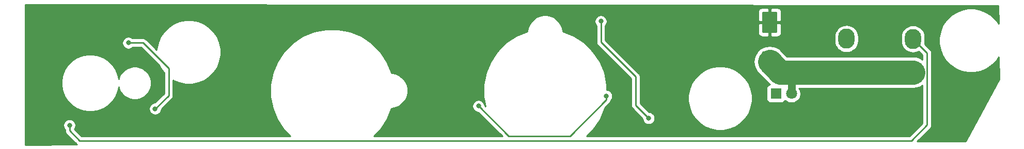
<source format=gbr>
%TF.GenerationSoftware,KiCad,Pcbnew,(5.1.6)-1*%
%TF.CreationDate,2021-08-25T12:57:47+10:00*%
%TF.ProjectId,HUD VID RCD Panel PCB V2,48554420-5649-4442-9052-43442050616e,rev?*%
%TF.SameCoordinates,Original*%
%TF.FileFunction,Copper,L2,Bot*%
%TF.FilePolarity,Positive*%
%FSLAX46Y46*%
G04 Gerber Fmt 4.6, Leading zero omitted, Abs format (unit mm)*
G04 Created by KiCad (PCBNEW (5.1.6)-1) date 2021-08-25 12:57:47*
%MOMM*%
%LPD*%
G01*
G04 APERTURE LIST*
%TA.AperFunction,ComponentPad*%
%ADD10O,2.700000X3.300000*%
%TD*%
%TA.AperFunction,ComponentPad*%
%ADD11C,1.800000*%
%TD*%
%TA.AperFunction,ComponentPad*%
%ADD12R,1.800000X1.800000*%
%TD*%
%TA.AperFunction,ViaPad*%
%ADD13C,0.800000*%
%TD*%
%TA.AperFunction,Conductor*%
%ADD14C,0.250000*%
%TD*%
%TA.AperFunction,Conductor*%
%ADD15C,0.750000*%
%TD*%
%TA.AperFunction,Conductor*%
%ADD16C,4.000000*%
%TD*%
%TA.AperFunction,Conductor*%
%ADD17C,1.250000*%
%TD*%
%TA.AperFunction,Conductor*%
%ADD18C,0.254000*%
%TD*%
G04 APERTURE END LIST*
D10*
%TO.P,J1,4*%
%TO.N,/DATAIN*%
X202819000Y-73914000D03*
%TO.P,J1,3*%
%TO.N,/LEDGND*%
X198619000Y-73914000D03*
%TO.P,J1,2*%
%TO.N,/LED+5V*%
X202819000Y-79414000D03*
%TO.P,J1,1*%
%TA.AperFunction,ComponentPad*%
G36*
G01*
X197269000Y-80812900D02*
X197269000Y-78015100D01*
G75*
G02*
X197520100Y-77764000I251100J0D01*
G01*
X199717900Y-77764000D01*
G75*
G02*
X199969000Y-78015100I0J-251100D01*
G01*
X199969000Y-80812900D01*
G75*
G02*
X199717900Y-81064000I-251100J0D01*
G01*
X197520100Y-81064000D01*
G75*
G02*
X197269000Y-80812900I0J251100D01*
G01*
G37*
%TD.AperFunction*%
%TD*%
%TO.P,J2,4*%
%TO.N,/DATAOUT*%
X191906000Y-73875000D03*
%TO.P,J2,3*%
%TO.N,/LEDGND*%
X187706000Y-73875000D03*
%TO.P,J2,2*%
%TO.N,/LED+5V*%
X191906000Y-79375000D03*
%TO.P,J2,1*%
%TA.AperFunction,ComponentPad*%
G36*
G01*
X186356000Y-80773900D02*
X186356000Y-77976100D01*
G75*
G02*
X186607100Y-77725000I251100J0D01*
G01*
X188804900Y-77725000D01*
G75*
G02*
X189056000Y-77976100I0J-251100D01*
G01*
X189056000Y-80773900D01*
G75*
G02*
X188804900Y-81025000I-251100J0D01*
G01*
X186607100Y-81025000D01*
G75*
G02*
X186356000Y-80773900I0J251100D01*
G01*
G37*
%TD.AperFunction*%
%TD*%
D11*
%TO.P,D17,2*%
%TO.N,/LED+5V*%
X182880000Y-82931000D03*
D12*
%TO.P,D17,1*%
%TO.N,Net-(D17-Pad1)*%
X180340000Y-82931000D03*
%TD*%
%TO.P,C1,2*%
%TO.N,/LEDGND*%
%TA.AperFunction,SMDPad,CuDef*%
G36*
G01*
X180324000Y-72922000D02*
X178324000Y-72922000D01*
G75*
G02*
X178074000Y-72672000I0J250000D01*
G01*
X178074000Y-69672000D01*
G75*
G02*
X178324000Y-69422000I250000J0D01*
G01*
X180324000Y-69422000D01*
G75*
G02*
X180574000Y-69672000I0J-250000D01*
G01*
X180574000Y-72672000D01*
G75*
G02*
X180324000Y-72922000I-250000J0D01*
G01*
G37*
%TD.AperFunction*%
%TO.P,C1,1*%
%TO.N,/LED+5V*%
%TA.AperFunction,SMDPad,CuDef*%
G36*
G01*
X180324000Y-79422000D02*
X178324000Y-79422000D01*
G75*
G02*
X178074000Y-79172000I0J250000D01*
G01*
X178074000Y-76172000D01*
G75*
G02*
X178324000Y-75922000I250000J0D01*
G01*
X180324000Y-75922000D01*
G75*
G02*
X180574000Y-76172000I0J-250000D01*
G01*
X180574000Y-79172000D01*
G75*
G02*
X180324000Y-79422000I-250000J0D01*
G01*
G37*
%TD.AperFunction*%
%TD*%
D13*
%TO.N,Net-(D3-Pad2)*%
X78562200Y-85420200D03*
X74168000Y-74549000D03*
%TO.N,Net-(D8-Pad2)*%
X131572000Y-84963000D03*
X152520999Y-83318001D03*
%TO.N,Net-(D11-Pad2)*%
X159491550Y-86974550D03*
X151638000Y-70993000D03*
%TO.N,/LEDGND*%
X78740000Y-88900000D03*
X176784000Y-81661000D03*
X153696000Y-87604400D03*
X164262000Y-87578800D03*
X159817000Y-81838800D03*
X72212600Y-72694400D03*
X65024000Y-72771000D03*
X61620800Y-90271200D03*
X96012000Y-84455000D03*
X123317000Y-86360000D03*
X150176000Y-73595000D03*
X158242000Y-73660000D03*
X167347000Y-73953000D03*
X175006000Y-74041000D03*
X183261000Y-74168000D03*
X131318000Y-82550000D03*
X112903000Y-71374000D03*
%TO.N,/DATAIN*%
X64516000Y-88138000D03*
%TD*%
D14*
%TO.N,Net-(D3-Pad2)*%
X74168000Y-74549000D02*
X76581000Y-74549000D01*
X76581000Y-74549000D02*
X80772000Y-78740000D01*
X80772000Y-83210400D02*
X78562200Y-85420200D01*
X80772000Y-78740000D02*
X80772000Y-83210400D01*
%TO.N,Net-(D8-Pad2)*%
X131572000Y-84963000D02*
X136525000Y-89916000D01*
X136525000Y-89916000D02*
X146558000Y-89916000D01*
X152520999Y-83953001D02*
X152520999Y-83318001D01*
X146558000Y-89916000D02*
X152520999Y-83953001D01*
%TO.N,Net-(D11-Pad2)*%
X157353000Y-84836000D02*
X159491550Y-86974550D01*
X151638000Y-70993000D02*
X151638000Y-74422000D01*
X157353000Y-80137000D02*
X157353000Y-84836000D01*
X151638000Y-74422000D02*
X157353000Y-80137000D01*
D15*
%TO.N,/LED+5V*%
X187960000Y-79629000D02*
X187706000Y-79375000D01*
D16*
X181066000Y-79414000D02*
X179324000Y-77672000D01*
D17*
X182880000Y-79580000D02*
X183046000Y-79414000D01*
X182880000Y-82931000D02*
X182880000Y-79580000D01*
D16*
X202819000Y-79414000D02*
X183046000Y-79414000D01*
X183046000Y-79414000D02*
X181066000Y-79414000D01*
D14*
%TO.N,/DATAIN*%
X64516000Y-88138000D02*
X64516000Y-89027000D01*
X64516000Y-89027000D02*
X66180400Y-90691400D01*
X66180400Y-90691400D02*
X202552000Y-90691400D01*
X202552000Y-90691400D02*
X205144000Y-88099000D01*
X205144000Y-88099000D02*
X205144000Y-76239000D01*
X205144000Y-76239000D02*
X202819000Y-73914000D01*
%TD*%
D18*
%TO.N,/LEDGND*%
G36*
X216819971Y-68426373D02*
G01*
X216843412Y-71403498D01*
X216442913Y-70804109D01*
X215707891Y-70069087D01*
X214843597Y-69491583D01*
X213883244Y-69093792D01*
X212863739Y-68891000D01*
X211824261Y-68891000D01*
X210804756Y-69093792D01*
X209844403Y-69491583D01*
X208980109Y-70069087D01*
X208245087Y-70804109D01*
X207667583Y-71668403D01*
X207269792Y-72628756D01*
X207067000Y-73648261D01*
X207067000Y-74687739D01*
X207269792Y-75707244D01*
X207667583Y-76667597D01*
X208245087Y-77531891D01*
X208980109Y-78266913D01*
X209844403Y-78844417D01*
X210804756Y-79242208D01*
X211824261Y-79445000D01*
X212863739Y-79445000D01*
X213883244Y-79242208D01*
X214843597Y-78844417D01*
X215707891Y-78266913D01*
X216442913Y-77531891D01*
X216886441Y-76868106D01*
X216915100Y-80507922D01*
X211439132Y-90781425D01*
X203508165Y-90809972D01*
X205655027Y-88662779D01*
X205684001Y-88639001D01*
X205707817Y-88609981D01*
X205707838Y-88609960D01*
X205731493Y-88581131D01*
X205778974Y-88523276D01*
X205778988Y-88523250D01*
X205779006Y-88523228D01*
X205812895Y-88459814D01*
X205849546Y-88391247D01*
X205849555Y-88391217D01*
X205849568Y-88391193D01*
X205870717Y-88321454D01*
X205893003Y-88247986D01*
X205893006Y-88247955D01*
X205893014Y-88247929D01*
X205899527Y-88181747D01*
X205904000Y-88136333D01*
X205904000Y-88136295D01*
X205907676Y-88098942D01*
X205904000Y-88061648D01*
X205904000Y-76276333D01*
X205907677Y-76239000D01*
X205893003Y-76090014D01*
X205849546Y-75946753D01*
X205778974Y-75814724D01*
X205707799Y-75727997D01*
X205684001Y-75698999D01*
X205655003Y-75675201D01*
X204730510Y-74750708D01*
X204775278Y-74603127D01*
X204804000Y-74311509D01*
X204804000Y-73516490D01*
X204775278Y-73224872D01*
X204661774Y-72850698D01*
X204477453Y-72505857D01*
X204229398Y-72203602D01*
X203927143Y-71955547D01*
X203582301Y-71771226D01*
X203208127Y-71657722D01*
X202819000Y-71619396D01*
X202429872Y-71657722D01*
X202055698Y-71771226D01*
X201710857Y-71955547D01*
X201408602Y-72203602D01*
X201160547Y-72505857D01*
X200976226Y-72850699D01*
X200862722Y-73224873D01*
X200834000Y-73516491D01*
X200834000Y-74311510D01*
X200862722Y-74603128D01*
X200976226Y-74977302D01*
X201160547Y-75322143D01*
X201408603Y-75624398D01*
X201710858Y-75872453D01*
X202055699Y-76056774D01*
X202429873Y-76170278D01*
X202819000Y-76208604D01*
X203208128Y-76170278D01*
X203582302Y-76056774D01*
X203780848Y-75950649D01*
X204384001Y-76553803D01*
X204384001Y-77289613D01*
X204290011Y-77212477D01*
X203832250Y-76967799D01*
X203335550Y-76817127D01*
X202948442Y-76779000D01*
X182157452Y-76779000D01*
X181095697Y-75717245D01*
X181073174Y-75698761D01*
X181062405Y-75678614D01*
X180951962Y-75544038D01*
X180817386Y-75433595D01*
X180663850Y-75351528D01*
X180497254Y-75300992D01*
X180473559Y-75298658D01*
X180337249Y-75225799D01*
X179840549Y-75075127D01*
X179324000Y-75024252D01*
X178807451Y-75075127D01*
X178310751Y-75225799D01*
X178174441Y-75298658D01*
X178150746Y-75300992D01*
X177984150Y-75351528D01*
X177830614Y-75433595D01*
X177696038Y-75544038D01*
X177585595Y-75678614D01*
X177574827Y-75698760D01*
X177451759Y-75799759D01*
X177122478Y-76200990D01*
X176877799Y-76658751D01*
X176727127Y-77155451D01*
X176676252Y-77672000D01*
X176727127Y-78188549D01*
X176877799Y-78685249D01*
X177122478Y-79143010D01*
X177369245Y-79443697D01*
X177579464Y-79653916D01*
X177585595Y-79665386D01*
X177696038Y-79799962D01*
X177830614Y-79910405D01*
X177842084Y-79916536D01*
X179111242Y-81185694D01*
X179193759Y-81286241D01*
X179336212Y-81403150D01*
X179315518Y-81405188D01*
X179195820Y-81441498D01*
X179085506Y-81500463D01*
X178988815Y-81579815D01*
X178909463Y-81676506D01*
X178850498Y-81786820D01*
X178814188Y-81906518D01*
X178801928Y-82031000D01*
X178801928Y-83831000D01*
X178814188Y-83955482D01*
X178850498Y-84075180D01*
X178909463Y-84185494D01*
X178988815Y-84282185D01*
X179085506Y-84361537D01*
X179195820Y-84420502D01*
X179315518Y-84456812D01*
X179440000Y-84469072D01*
X181240000Y-84469072D01*
X181364482Y-84456812D01*
X181484180Y-84420502D01*
X181594494Y-84361537D01*
X181691185Y-84282185D01*
X181770537Y-84185494D01*
X181829502Y-84075180D01*
X181835056Y-84056873D01*
X181901495Y-84123312D01*
X182152905Y-84291299D01*
X182432257Y-84407011D01*
X182728816Y-84466000D01*
X183031184Y-84466000D01*
X183327743Y-84407011D01*
X183607095Y-84291299D01*
X183858505Y-84123312D01*
X184072312Y-83909505D01*
X184240299Y-83658095D01*
X184356011Y-83378743D01*
X184415000Y-83082184D01*
X184415000Y-82779816D01*
X184356011Y-82483257D01*
X184240299Y-82203905D01*
X184140000Y-82053797D01*
X184140000Y-82049000D01*
X202948442Y-82049000D01*
X203335550Y-82010873D01*
X203832250Y-81860201D01*
X204290011Y-81615523D01*
X204384001Y-81538388D01*
X204384000Y-87784232D01*
X202237164Y-89931400D01*
X149307340Y-89931400D01*
X150360154Y-88878586D01*
X151468431Y-87219933D01*
X152231825Y-85376937D01*
X152246713Y-85302089D01*
X153032003Y-84516799D01*
X153061000Y-84493002D01*
X153118450Y-84422999D01*
X153155973Y-84377278D01*
X153226545Y-84245248D01*
X153239959Y-84201026D01*
X153270002Y-84101987D01*
X153277571Y-84025140D01*
X153324936Y-83977775D01*
X153438204Y-83808257D01*
X153516225Y-83619899D01*
X153555999Y-83419940D01*
X153555999Y-83216062D01*
X153516225Y-83016103D01*
X153438204Y-82827745D01*
X153324936Y-82658227D01*
X153180773Y-82514064D01*
X153011255Y-82400796D01*
X152822897Y-82322775D01*
X152622938Y-82283001D01*
X152621000Y-82283001D01*
X152621000Y-81425578D01*
X152231825Y-79469063D01*
X151468431Y-77626067D01*
X150360154Y-75967414D01*
X148949586Y-74556846D01*
X147290933Y-73448569D01*
X145447937Y-72685175D01*
X145407000Y-72677032D01*
X145407000Y-72611095D01*
X145295055Y-72048309D01*
X145075467Y-71518177D01*
X144756675Y-71041071D01*
X144606665Y-70891061D01*
X150603000Y-70891061D01*
X150603000Y-71094939D01*
X150642774Y-71294898D01*
X150720795Y-71483256D01*
X150834063Y-71652774D01*
X150878000Y-71696711D01*
X150878001Y-74384668D01*
X150874324Y-74422000D01*
X150878001Y-74459333D01*
X150888323Y-74564127D01*
X150888998Y-74570985D01*
X150932454Y-74714246D01*
X151003026Y-74846276D01*
X151074201Y-74933002D01*
X151098000Y-74962001D01*
X151126998Y-74985799D01*
X156593000Y-80451802D01*
X156593001Y-84798668D01*
X156589324Y-84836000D01*
X156593001Y-84873333D01*
X156603998Y-84984986D01*
X156617180Y-85028442D01*
X156647454Y-85128246D01*
X156718026Y-85260276D01*
X156727004Y-85271215D01*
X156813000Y-85376001D01*
X156841998Y-85399799D01*
X158456550Y-87014353D01*
X158456550Y-87076489D01*
X158496324Y-87276448D01*
X158574345Y-87464806D01*
X158687613Y-87634324D01*
X158831776Y-87778487D01*
X159001294Y-87891755D01*
X159189652Y-87969776D01*
X159389611Y-88009550D01*
X159593489Y-88009550D01*
X159793448Y-87969776D01*
X159981806Y-87891755D01*
X160151324Y-87778487D01*
X160295487Y-87634324D01*
X160408755Y-87464806D01*
X160486776Y-87276448D01*
X160526550Y-87076489D01*
X160526550Y-86872611D01*
X160486776Y-86672652D01*
X160408755Y-86484294D01*
X160295487Y-86314776D01*
X160151324Y-86170613D01*
X159981806Y-86057345D01*
X159793448Y-85979324D01*
X159593489Y-85939550D01*
X159531353Y-85939550D01*
X158113000Y-84521199D01*
X158113000Y-83173261D01*
X165919000Y-83173261D01*
X165919000Y-84212739D01*
X166121792Y-85232244D01*
X166519583Y-86192597D01*
X167097087Y-87056891D01*
X167832109Y-87791913D01*
X168696403Y-88369417D01*
X169656756Y-88767208D01*
X170676261Y-88970000D01*
X171715739Y-88970000D01*
X172735244Y-88767208D01*
X173695597Y-88369417D01*
X174559891Y-87791913D01*
X175294913Y-87056891D01*
X175872417Y-86192597D01*
X176270208Y-85232244D01*
X176473000Y-84212739D01*
X176473000Y-83173261D01*
X176270208Y-82153756D01*
X175872417Y-81193403D01*
X175294913Y-80329109D01*
X174559891Y-79594087D01*
X173695597Y-79016583D01*
X172735244Y-78618792D01*
X171715739Y-78416000D01*
X170676261Y-78416000D01*
X169656756Y-78618792D01*
X168696403Y-79016583D01*
X167832109Y-79594087D01*
X167097087Y-80329109D01*
X166519583Y-81193403D01*
X166121792Y-82153756D01*
X165919000Y-83173261D01*
X158113000Y-83173261D01*
X158113000Y-80174333D01*
X158116677Y-80137000D01*
X158107420Y-80043008D01*
X158102003Y-79988014D01*
X158058546Y-79844753D01*
X157987974Y-79712724D01*
X157893001Y-79596999D01*
X157864004Y-79573202D01*
X152398000Y-74107199D01*
X152398000Y-72922000D01*
X177435928Y-72922000D01*
X177448188Y-73046482D01*
X177484498Y-73166180D01*
X177543463Y-73276494D01*
X177622815Y-73373185D01*
X177719506Y-73452537D01*
X177829820Y-73511502D01*
X177949518Y-73547812D01*
X178074000Y-73560072D01*
X179038250Y-73557000D01*
X179197000Y-73398250D01*
X179197000Y-71299000D01*
X179451000Y-71299000D01*
X179451000Y-73398250D01*
X179609750Y-73557000D01*
X180574000Y-73560072D01*
X180698482Y-73547812D01*
X180818180Y-73511502D01*
X180881809Y-73477491D01*
X189921000Y-73477491D01*
X189921000Y-74272510D01*
X189949722Y-74564128D01*
X190063226Y-74938302D01*
X190247547Y-75283143D01*
X190495603Y-75585398D01*
X190797858Y-75833453D01*
X191142699Y-76017774D01*
X191516873Y-76131278D01*
X191906000Y-76169604D01*
X192295128Y-76131278D01*
X192669302Y-76017774D01*
X193014143Y-75833453D01*
X193316398Y-75585398D01*
X193564453Y-75283143D01*
X193748774Y-74938302D01*
X193862278Y-74564127D01*
X193891000Y-74272509D01*
X193891000Y-73477490D01*
X193862278Y-73185872D01*
X193748774Y-72811698D01*
X193564453Y-72466857D01*
X193316398Y-72164602D01*
X193014143Y-71916547D01*
X192669301Y-71732226D01*
X192295127Y-71618722D01*
X191906000Y-71580396D01*
X191516872Y-71618722D01*
X191142698Y-71732226D01*
X190797857Y-71916547D01*
X190495602Y-72164602D01*
X190247547Y-72466857D01*
X190063226Y-72811699D01*
X189949722Y-73185873D01*
X189921000Y-73477491D01*
X180881809Y-73477491D01*
X180928494Y-73452537D01*
X181025185Y-73373185D01*
X181104537Y-73276494D01*
X181163502Y-73166180D01*
X181199812Y-73046482D01*
X181212072Y-72922000D01*
X181209000Y-71457750D01*
X181050250Y-71299000D01*
X179451000Y-71299000D01*
X179197000Y-71299000D01*
X177597750Y-71299000D01*
X177439000Y-71457750D01*
X177435928Y-72922000D01*
X152398000Y-72922000D01*
X152398000Y-71696711D01*
X152441937Y-71652774D01*
X152555205Y-71483256D01*
X152633226Y-71294898D01*
X152673000Y-71094939D01*
X152673000Y-70891061D01*
X152633226Y-70691102D01*
X152555205Y-70502744D01*
X152441937Y-70333226D01*
X152297774Y-70189063D01*
X152128256Y-70075795D01*
X151939898Y-69997774D01*
X151739939Y-69958000D01*
X151536061Y-69958000D01*
X151336102Y-69997774D01*
X151147744Y-70075795D01*
X150978226Y-70189063D01*
X150834063Y-70333226D01*
X150720795Y-70502744D01*
X150642774Y-70691102D01*
X150603000Y-70891061D01*
X144606665Y-70891061D01*
X144350929Y-70635325D01*
X143873823Y-70316533D01*
X143343691Y-70096945D01*
X142780905Y-69985000D01*
X142207095Y-69985000D01*
X141644309Y-70096945D01*
X141114177Y-70316533D01*
X140637071Y-70635325D01*
X140231325Y-71041071D01*
X139912533Y-71518177D01*
X139692945Y-72048309D01*
X139581000Y-72611095D01*
X139581000Y-72677032D01*
X139540063Y-72685175D01*
X137697067Y-73448569D01*
X136038414Y-74556846D01*
X134627846Y-75967414D01*
X133519569Y-77626067D01*
X132756175Y-79469063D01*
X132367000Y-81425578D01*
X132367000Y-83420422D01*
X132680551Y-84996750D01*
X132607000Y-84923199D01*
X132607000Y-84861061D01*
X132567226Y-84661102D01*
X132489205Y-84472744D01*
X132375937Y-84303226D01*
X132231774Y-84159063D01*
X132062256Y-84045795D01*
X131873898Y-83967774D01*
X131673939Y-83928000D01*
X131470061Y-83928000D01*
X131270102Y-83967774D01*
X131081744Y-84045795D01*
X130912226Y-84159063D01*
X130768063Y-84303226D01*
X130654795Y-84472744D01*
X130576774Y-84661102D01*
X130537000Y-84861061D01*
X130537000Y-85064939D01*
X130576774Y-85264898D01*
X130654795Y-85453256D01*
X130768063Y-85622774D01*
X130912226Y-85766937D01*
X131081744Y-85880205D01*
X131270102Y-85958226D01*
X131470061Y-85998000D01*
X131532199Y-85998000D01*
X135465598Y-89931400D01*
X114393655Y-89931400D01*
X115441369Y-88883686D01*
X116550521Y-87223723D01*
X117314518Y-85379270D01*
X117323125Y-85336000D01*
X117380905Y-85336000D01*
X117943691Y-85224055D01*
X118473823Y-85004467D01*
X118950929Y-84685675D01*
X119356675Y-84279929D01*
X119675467Y-83802823D01*
X119895055Y-83272691D01*
X120007000Y-82709905D01*
X120007000Y-82136095D01*
X119895055Y-81573309D01*
X119675467Y-81043177D01*
X119356675Y-80566071D01*
X118950929Y-80160325D01*
X118473823Y-79841533D01*
X117943691Y-79621945D01*
X117380905Y-79510000D01*
X117323125Y-79510000D01*
X117314518Y-79466730D01*
X116550521Y-77622277D01*
X115441369Y-75962314D01*
X114029686Y-74550631D01*
X112369723Y-73441479D01*
X110525270Y-72677482D01*
X108567210Y-72288000D01*
X106570790Y-72288000D01*
X104612730Y-72677482D01*
X102768277Y-73441479D01*
X101108314Y-74550631D01*
X99696631Y-75962314D01*
X98587479Y-77622277D01*
X97823482Y-79466730D01*
X97434000Y-81424790D01*
X97434000Y-83421210D01*
X97823482Y-85379270D01*
X98587479Y-87223723D01*
X99696631Y-88883686D01*
X100744345Y-89931400D01*
X66495202Y-89931400D01*
X65336615Y-88772814D01*
X65433205Y-88628256D01*
X65511226Y-88439898D01*
X65551000Y-88239939D01*
X65551000Y-88036061D01*
X65511226Y-87836102D01*
X65433205Y-87647744D01*
X65319937Y-87478226D01*
X65175774Y-87334063D01*
X65006256Y-87220795D01*
X64817898Y-87142774D01*
X64617939Y-87103000D01*
X64414061Y-87103000D01*
X64214102Y-87142774D01*
X64025744Y-87220795D01*
X63856226Y-87334063D01*
X63712063Y-87478226D01*
X63598795Y-87647744D01*
X63520774Y-87836102D01*
X63481000Y-88036061D01*
X63481000Y-88239939D01*
X63520774Y-88439898D01*
X63598795Y-88628256D01*
X63712063Y-88797774D01*
X63756000Y-88841711D01*
X63756000Y-88989678D01*
X63752324Y-89027000D01*
X63756000Y-89064322D01*
X63756000Y-89064333D01*
X63766113Y-89166997D01*
X63766998Y-89175985D01*
X63810454Y-89319246D01*
X63881026Y-89451276D01*
X63952201Y-89538002D01*
X63976000Y-89567001D01*
X64004998Y-89590799D01*
X65616601Y-91202403D01*
X65640399Y-91231401D01*
X65669397Y-91255199D01*
X65731172Y-91305897D01*
X57252578Y-91336415D01*
X57274672Y-80709040D01*
X63210253Y-80709040D01*
X63210253Y-81635056D01*
X63390910Y-82543280D01*
X63745281Y-83398808D01*
X64259749Y-84168763D01*
X64914542Y-84823556D01*
X65684497Y-85338024D01*
X66540025Y-85692395D01*
X67448249Y-85873052D01*
X68374265Y-85873052D01*
X69282489Y-85692395D01*
X70138017Y-85338024D01*
X70907972Y-84823556D01*
X71562765Y-84168763D01*
X72077233Y-83398808D01*
X72431604Y-82543280D01*
X72573403Y-81830411D01*
X72600621Y-81967247D01*
X72806126Y-82463380D01*
X73104473Y-82909889D01*
X73484198Y-83289614D01*
X73930707Y-83587961D01*
X74426840Y-83793466D01*
X74953533Y-83898232D01*
X75490545Y-83898232D01*
X76017238Y-83793466D01*
X76513371Y-83587961D01*
X76959880Y-83289614D01*
X77339605Y-82909889D01*
X77637952Y-82463380D01*
X77843457Y-81967247D01*
X77948223Y-81440554D01*
X77948223Y-80903542D01*
X77843457Y-80376849D01*
X77637952Y-79880716D01*
X77339605Y-79434207D01*
X76959880Y-79054482D01*
X76513371Y-78756135D01*
X76017238Y-78550630D01*
X75490545Y-78445864D01*
X74953533Y-78445864D01*
X74426840Y-78550630D01*
X73930707Y-78756135D01*
X73484198Y-79054482D01*
X73104473Y-79434207D01*
X72806126Y-79880716D01*
X72600621Y-80376849D01*
X72573403Y-80513685D01*
X72431604Y-79800816D01*
X72077233Y-78945288D01*
X71562765Y-78175333D01*
X70907972Y-77520540D01*
X70138017Y-77006072D01*
X69282489Y-76651701D01*
X68374265Y-76471044D01*
X67448249Y-76471044D01*
X66540025Y-76651701D01*
X65684497Y-77006072D01*
X64914542Y-77520540D01*
X64259749Y-78175333D01*
X63745281Y-78945288D01*
X63390910Y-79800816D01*
X63210253Y-80709040D01*
X57274672Y-80709040D01*
X57287690Y-74447061D01*
X73133000Y-74447061D01*
X73133000Y-74650939D01*
X73172774Y-74850898D01*
X73250795Y-75039256D01*
X73364063Y-75208774D01*
X73508226Y-75352937D01*
X73677744Y-75466205D01*
X73866102Y-75544226D01*
X74066061Y-75584000D01*
X74269939Y-75584000D01*
X74469898Y-75544226D01*
X74658256Y-75466205D01*
X74827774Y-75352937D01*
X74871711Y-75309000D01*
X76266199Y-75309000D01*
X79304095Y-78346897D01*
X79397583Y-78572597D01*
X79975087Y-79436891D01*
X80012000Y-79473804D01*
X80012001Y-82895597D01*
X78522399Y-84385200D01*
X78460261Y-84385200D01*
X78260302Y-84424974D01*
X78071944Y-84502995D01*
X77902426Y-84616263D01*
X77758263Y-84760426D01*
X77644995Y-84929944D01*
X77566974Y-85118302D01*
X77527200Y-85318261D01*
X77527200Y-85522139D01*
X77566974Y-85722098D01*
X77644995Y-85910456D01*
X77758263Y-86079974D01*
X77902426Y-86224137D01*
X78071944Y-86337405D01*
X78260302Y-86415426D01*
X78460261Y-86455200D01*
X78664139Y-86455200D01*
X78864098Y-86415426D01*
X79052456Y-86337405D01*
X79221974Y-86224137D01*
X79366137Y-86079974D01*
X79479405Y-85910456D01*
X79557426Y-85722098D01*
X79597200Y-85522139D01*
X79597200Y-85460001D01*
X81283003Y-83774199D01*
X81312001Y-83750401D01*
X81387755Y-83658095D01*
X81406974Y-83634677D01*
X81477546Y-83502647D01*
X81503977Y-83415513D01*
X81521003Y-83359386D01*
X81532000Y-83247733D01*
X81532000Y-83247724D01*
X81535676Y-83210401D01*
X81532000Y-83173078D01*
X81532000Y-80721084D01*
X81574403Y-80749417D01*
X82534756Y-81147208D01*
X83554261Y-81350000D01*
X84593739Y-81350000D01*
X85613244Y-81147208D01*
X86573597Y-80749417D01*
X87437891Y-80171913D01*
X88172913Y-79436891D01*
X88750417Y-78572597D01*
X89148208Y-77612244D01*
X89351000Y-76592739D01*
X89351000Y-75553261D01*
X89148208Y-74533756D01*
X88750417Y-73573403D01*
X88172913Y-72709109D01*
X87437891Y-71974087D01*
X86573597Y-71396583D01*
X85613244Y-70998792D01*
X84593739Y-70796000D01*
X83554261Y-70796000D01*
X82534756Y-70998792D01*
X81574403Y-71396583D01*
X80710109Y-71974087D01*
X79975087Y-72709109D01*
X79397583Y-73573403D01*
X78999792Y-74533756D01*
X78797000Y-75553261D01*
X78797000Y-75690199D01*
X77144804Y-74038003D01*
X77121001Y-74008999D01*
X77005276Y-73914026D01*
X76873247Y-73843454D01*
X76729986Y-73799997D01*
X76618333Y-73789000D01*
X76618322Y-73789000D01*
X76581000Y-73785324D01*
X76543678Y-73789000D01*
X74871711Y-73789000D01*
X74827774Y-73745063D01*
X74658256Y-73631795D01*
X74469898Y-73553774D01*
X74269939Y-73514000D01*
X74066061Y-73514000D01*
X73866102Y-73553774D01*
X73677744Y-73631795D01*
X73508226Y-73745063D01*
X73364063Y-73889226D01*
X73250795Y-74058744D01*
X73172774Y-74247102D01*
X73133000Y-74447061D01*
X57287690Y-74447061D01*
X57298137Y-69422000D01*
X177435928Y-69422000D01*
X177439000Y-70886250D01*
X177597750Y-71045000D01*
X179197000Y-71045000D01*
X179197000Y-68945750D01*
X179451000Y-68945750D01*
X179451000Y-71045000D01*
X181050250Y-71045000D01*
X181209000Y-70886250D01*
X181212072Y-69422000D01*
X181199812Y-69297518D01*
X181163502Y-69177820D01*
X181104537Y-69067506D01*
X181025185Y-68970815D01*
X180928494Y-68891463D01*
X180818180Y-68832498D01*
X180698482Y-68796188D01*
X180574000Y-68783928D01*
X179609750Y-68787000D01*
X179451000Y-68945750D01*
X179197000Y-68945750D01*
X179038250Y-68787000D01*
X178074000Y-68783928D01*
X177949518Y-68796188D01*
X177829820Y-68832498D01*
X177719506Y-68891463D01*
X177622815Y-68970815D01*
X177543463Y-69067506D01*
X177484498Y-69177820D01*
X177448188Y-69297518D01*
X177435928Y-69422000D01*
X57298137Y-69422000D01*
X57300627Y-68224832D01*
X216819971Y-68426373D01*
G37*
X216819971Y-68426373D02*
X216843412Y-71403498D01*
X216442913Y-70804109D01*
X215707891Y-70069087D01*
X214843597Y-69491583D01*
X213883244Y-69093792D01*
X212863739Y-68891000D01*
X211824261Y-68891000D01*
X210804756Y-69093792D01*
X209844403Y-69491583D01*
X208980109Y-70069087D01*
X208245087Y-70804109D01*
X207667583Y-71668403D01*
X207269792Y-72628756D01*
X207067000Y-73648261D01*
X207067000Y-74687739D01*
X207269792Y-75707244D01*
X207667583Y-76667597D01*
X208245087Y-77531891D01*
X208980109Y-78266913D01*
X209844403Y-78844417D01*
X210804756Y-79242208D01*
X211824261Y-79445000D01*
X212863739Y-79445000D01*
X213883244Y-79242208D01*
X214843597Y-78844417D01*
X215707891Y-78266913D01*
X216442913Y-77531891D01*
X216886441Y-76868106D01*
X216915100Y-80507922D01*
X211439132Y-90781425D01*
X203508165Y-90809972D01*
X205655027Y-88662779D01*
X205684001Y-88639001D01*
X205707817Y-88609981D01*
X205707838Y-88609960D01*
X205731493Y-88581131D01*
X205778974Y-88523276D01*
X205778988Y-88523250D01*
X205779006Y-88523228D01*
X205812895Y-88459814D01*
X205849546Y-88391247D01*
X205849555Y-88391217D01*
X205849568Y-88391193D01*
X205870717Y-88321454D01*
X205893003Y-88247986D01*
X205893006Y-88247955D01*
X205893014Y-88247929D01*
X205899527Y-88181747D01*
X205904000Y-88136333D01*
X205904000Y-88136295D01*
X205907676Y-88098942D01*
X205904000Y-88061648D01*
X205904000Y-76276333D01*
X205907677Y-76239000D01*
X205893003Y-76090014D01*
X205849546Y-75946753D01*
X205778974Y-75814724D01*
X205707799Y-75727997D01*
X205684001Y-75698999D01*
X205655003Y-75675201D01*
X204730510Y-74750708D01*
X204775278Y-74603127D01*
X204804000Y-74311509D01*
X204804000Y-73516490D01*
X204775278Y-73224872D01*
X204661774Y-72850698D01*
X204477453Y-72505857D01*
X204229398Y-72203602D01*
X203927143Y-71955547D01*
X203582301Y-71771226D01*
X203208127Y-71657722D01*
X202819000Y-71619396D01*
X202429872Y-71657722D01*
X202055698Y-71771226D01*
X201710857Y-71955547D01*
X201408602Y-72203602D01*
X201160547Y-72505857D01*
X200976226Y-72850699D01*
X200862722Y-73224873D01*
X200834000Y-73516491D01*
X200834000Y-74311510D01*
X200862722Y-74603128D01*
X200976226Y-74977302D01*
X201160547Y-75322143D01*
X201408603Y-75624398D01*
X201710858Y-75872453D01*
X202055699Y-76056774D01*
X202429873Y-76170278D01*
X202819000Y-76208604D01*
X203208128Y-76170278D01*
X203582302Y-76056774D01*
X203780848Y-75950649D01*
X204384001Y-76553803D01*
X204384001Y-77289613D01*
X204290011Y-77212477D01*
X203832250Y-76967799D01*
X203335550Y-76817127D01*
X202948442Y-76779000D01*
X182157452Y-76779000D01*
X181095697Y-75717245D01*
X181073174Y-75698761D01*
X181062405Y-75678614D01*
X180951962Y-75544038D01*
X180817386Y-75433595D01*
X180663850Y-75351528D01*
X180497254Y-75300992D01*
X180473559Y-75298658D01*
X180337249Y-75225799D01*
X179840549Y-75075127D01*
X179324000Y-75024252D01*
X178807451Y-75075127D01*
X178310751Y-75225799D01*
X178174441Y-75298658D01*
X178150746Y-75300992D01*
X177984150Y-75351528D01*
X177830614Y-75433595D01*
X177696038Y-75544038D01*
X177585595Y-75678614D01*
X177574827Y-75698760D01*
X177451759Y-75799759D01*
X177122478Y-76200990D01*
X176877799Y-76658751D01*
X176727127Y-77155451D01*
X176676252Y-77672000D01*
X176727127Y-78188549D01*
X176877799Y-78685249D01*
X177122478Y-79143010D01*
X177369245Y-79443697D01*
X177579464Y-79653916D01*
X177585595Y-79665386D01*
X177696038Y-79799962D01*
X177830614Y-79910405D01*
X177842084Y-79916536D01*
X179111242Y-81185694D01*
X179193759Y-81286241D01*
X179336212Y-81403150D01*
X179315518Y-81405188D01*
X179195820Y-81441498D01*
X179085506Y-81500463D01*
X178988815Y-81579815D01*
X178909463Y-81676506D01*
X178850498Y-81786820D01*
X178814188Y-81906518D01*
X178801928Y-82031000D01*
X178801928Y-83831000D01*
X178814188Y-83955482D01*
X178850498Y-84075180D01*
X178909463Y-84185494D01*
X178988815Y-84282185D01*
X179085506Y-84361537D01*
X179195820Y-84420502D01*
X179315518Y-84456812D01*
X179440000Y-84469072D01*
X181240000Y-84469072D01*
X181364482Y-84456812D01*
X181484180Y-84420502D01*
X181594494Y-84361537D01*
X181691185Y-84282185D01*
X181770537Y-84185494D01*
X181829502Y-84075180D01*
X181835056Y-84056873D01*
X181901495Y-84123312D01*
X182152905Y-84291299D01*
X182432257Y-84407011D01*
X182728816Y-84466000D01*
X183031184Y-84466000D01*
X183327743Y-84407011D01*
X183607095Y-84291299D01*
X183858505Y-84123312D01*
X184072312Y-83909505D01*
X184240299Y-83658095D01*
X184356011Y-83378743D01*
X184415000Y-83082184D01*
X184415000Y-82779816D01*
X184356011Y-82483257D01*
X184240299Y-82203905D01*
X184140000Y-82053797D01*
X184140000Y-82049000D01*
X202948442Y-82049000D01*
X203335550Y-82010873D01*
X203832250Y-81860201D01*
X204290011Y-81615523D01*
X204384001Y-81538388D01*
X204384000Y-87784232D01*
X202237164Y-89931400D01*
X149307340Y-89931400D01*
X150360154Y-88878586D01*
X151468431Y-87219933D01*
X152231825Y-85376937D01*
X152246713Y-85302089D01*
X153032003Y-84516799D01*
X153061000Y-84493002D01*
X153118450Y-84422999D01*
X153155973Y-84377278D01*
X153226545Y-84245248D01*
X153239959Y-84201026D01*
X153270002Y-84101987D01*
X153277571Y-84025140D01*
X153324936Y-83977775D01*
X153438204Y-83808257D01*
X153516225Y-83619899D01*
X153555999Y-83419940D01*
X153555999Y-83216062D01*
X153516225Y-83016103D01*
X153438204Y-82827745D01*
X153324936Y-82658227D01*
X153180773Y-82514064D01*
X153011255Y-82400796D01*
X152822897Y-82322775D01*
X152622938Y-82283001D01*
X152621000Y-82283001D01*
X152621000Y-81425578D01*
X152231825Y-79469063D01*
X151468431Y-77626067D01*
X150360154Y-75967414D01*
X148949586Y-74556846D01*
X147290933Y-73448569D01*
X145447937Y-72685175D01*
X145407000Y-72677032D01*
X145407000Y-72611095D01*
X145295055Y-72048309D01*
X145075467Y-71518177D01*
X144756675Y-71041071D01*
X144606665Y-70891061D01*
X150603000Y-70891061D01*
X150603000Y-71094939D01*
X150642774Y-71294898D01*
X150720795Y-71483256D01*
X150834063Y-71652774D01*
X150878000Y-71696711D01*
X150878001Y-74384668D01*
X150874324Y-74422000D01*
X150878001Y-74459333D01*
X150888323Y-74564127D01*
X150888998Y-74570985D01*
X150932454Y-74714246D01*
X151003026Y-74846276D01*
X151074201Y-74933002D01*
X151098000Y-74962001D01*
X151126998Y-74985799D01*
X156593000Y-80451802D01*
X156593001Y-84798668D01*
X156589324Y-84836000D01*
X156593001Y-84873333D01*
X156603998Y-84984986D01*
X156617180Y-85028442D01*
X156647454Y-85128246D01*
X156718026Y-85260276D01*
X156727004Y-85271215D01*
X156813000Y-85376001D01*
X156841998Y-85399799D01*
X158456550Y-87014353D01*
X158456550Y-87076489D01*
X158496324Y-87276448D01*
X158574345Y-87464806D01*
X158687613Y-87634324D01*
X158831776Y-87778487D01*
X159001294Y-87891755D01*
X159189652Y-87969776D01*
X159389611Y-88009550D01*
X159593489Y-88009550D01*
X159793448Y-87969776D01*
X159981806Y-87891755D01*
X160151324Y-87778487D01*
X160295487Y-87634324D01*
X160408755Y-87464806D01*
X160486776Y-87276448D01*
X160526550Y-87076489D01*
X160526550Y-86872611D01*
X160486776Y-86672652D01*
X160408755Y-86484294D01*
X160295487Y-86314776D01*
X160151324Y-86170613D01*
X159981806Y-86057345D01*
X159793448Y-85979324D01*
X159593489Y-85939550D01*
X159531353Y-85939550D01*
X158113000Y-84521199D01*
X158113000Y-83173261D01*
X165919000Y-83173261D01*
X165919000Y-84212739D01*
X166121792Y-85232244D01*
X166519583Y-86192597D01*
X167097087Y-87056891D01*
X167832109Y-87791913D01*
X168696403Y-88369417D01*
X169656756Y-88767208D01*
X170676261Y-88970000D01*
X171715739Y-88970000D01*
X172735244Y-88767208D01*
X173695597Y-88369417D01*
X174559891Y-87791913D01*
X175294913Y-87056891D01*
X175872417Y-86192597D01*
X176270208Y-85232244D01*
X176473000Y-84212739D01*
X176473000Y-83173261D01*
X176270208Y-82153756D01*
X175872417Y-81193403D01*
X175294913Y-80329109D01*
X174559891Y-79594087D01*
X173695597Y-79016583D01*
X172735244Y-78618792D01*
X171715739Y-78416000D01*
X170676261Y-78416000D01*
X169656756Y-78618792D01*
X168696403Y-79016583D01*
X167832109Y-79594087D01*
X167097087Y-80329109D01*
X166519583Y-81193403D01*
X166121792Y-82153756D01*
X165919000Y-83173261D01*
X158113000Y-83173261D01*
X158113000Y-80174333D01*
X158116677Y-80137000D01*
X158107420Y-80043008D01*
X158102003Y-79988014D01*
X158058546Y-79844753D01*
X157987974Y-79712724D01*
X157893001Y-79596999D01*
X157864004Y-79573202D01*
X152398000Y-74107199D01*
X152398000Y-72922000D01*
X177435928Y-72922000D01*
X177448188Y-73046482D01*
X177484498Y-73166180D01*
X177543463Y-73276494D01*
X177622815Y-73373185D01*
X177719506Y-73452537D01*
X177829820Y-73511502D01*
X177949518Y-73547812D01*
X178074000Y-73560072D01*
X179038250Y-73557000D01*
X179197000Y-73398250D01*
X179197000Y-71299000D01*
X179451000Y-71299000D01*
X179451000Y-73398250D01*
X179609750Y-73557000D01*
X180574000Y-73560072D01*
X180698482Y-73547812D01*
X180818180Y-73511502D01*
X180881809Y-73477491D01*
X189921000Y-73477491D01*
X189921000Y-74272510D01*
X189949722Y-74564128D01*
X190063226Y-74938302D01*
X190247547Y-75283143D01*
X190495603Y-75585398D01*
X190797858Y-75833453D01*
X191142699Y-76017774D01*
X191516873Y-76131278D01*
X191906000Y-76169604D01*
X192295128Y-76131278D01*
X192669302Y-76017774D01*
X193014143Y-75833453D01*
X193316398Y-75585398D01*
X193564453Y-75283143D01*
X193748774Y-74938302D01*
X193862278Y-74564127D01*
X193891000Y-74272509D01*
X193891000Y-73477490D01*
X193862278Y-73185872D01*
X193748774Y-72811698D01*
X193564453Y-72466857D01*
X193316398Y-72164602D01*
X193014143Y-71916547D01*
X192669301Y-71732226D01*
X192295127Y-71618722D01*
X191906000Y-71580396D01*
X191516872Y-71618722D01*
X191142698Y-71732226D01*
X190797857Y-71916547D01*
X190495602Y-72164602D01*
X190247547Y-72466857D01*
X190063226Y-72811699D01*
X189949722Y-73185873D01*
X189921000Y-73477491D01*
X180881809Y-73477491D01*
X180928494Y-73452537D01*
X181025185Y-73373185D01*
X181104537Y-73276494D01*
X181163502Y-73166180D01*
X181199812Y-73046482D01*
X181212072Y-72922000D01*
X181209000Y-71457750D01*
X181050250Y-71299000D01*
X179451000Y-71299000D01*
X179197000Y-71299000D01*
X177597750Y-71299000D01*
X177439000Y-71457750D01*
X177435928Y-72922000D01*
X152398000Y-72922000D01*
X152398000Y-71696711D01*
X152441937Y-71652774D01*
X152555205Y-71483256D01*
X152633226Y-71294898D01*
X152673000Y-71094939D01*
X152673000Y-70891061D01*
X152633226Y-70691102D01*
X152555205Y-70502744D01*
X152441937Y-70333226D01*
X152297774Y-70189063D01*
X152128256Y-70075795D01*
X151939898Y-69997774D01*
X151739939Y-69958000D01*
X151536061Y-69958000D01*
X151336102Y-69997774D01*
X151147744Y-70075795D01*
X150978226Y-70189063D01*
X150834063Y-70333226D01*
X150720795Y-70502744D01*
X150642774Y-70691102D01*
X150603000Y-70891061D01*
X144606665Y-70891061D01*
X144350929Y-70635325D01*
X143873823Y-70316533D01*
X143343691Y-70096945D01*
X142780905Y-69985000D01*
X142207095Y-69985000D01*
X141644309Y-70096945D01*
X141114177Y-70316533D01*
X140637071Y-70635325D01*
X140231325Y-71041071D01*
X139912533Y-71518177D01*
X139692945Y-72048309D01*
X139581000Y-72611095D01*
X139581000Y-72677032D01*
X139540063Y-72685175D01*
X137697067Y-73448569D01*
X136038414Y-74556846D01*
X134627846Y-75967414D01*
X133519569Y-77626067D01*
X132756175Y-79469063D01*
X132367000Y-81425578D01*
X132367000Y-83420422D01*
X132680551Y-84996750D01*
X132607000Y-84923199D01*
X132607000Y-84861061D01*
X132567226Y-84661102D01*
X132489205Y-84472744D01*
X132375937Y-84303226D01*
X132231774Y-84159063D01*
X132062256Y-84045795D01*
X131873898Y-83967774D01*
X131673939Y-83928000D01*
X131470061Y-83928000D01*
X131270102Y-83967774D01*
X131081744Y-84045795D01*
X130912226Y-84159063D01*
X130768063Y-84303226D01*
X130654795Y-84472744D01*
X130576774Y-84661102D01*
X130537000Y-84861061D01*
X130537000Y-85064939D01*
X130576774Y-85264898D01*
X130654795Y-85453256D01*
X130768063Y-85622774D01*
X130912226Y-85766937D01*
X131081744Y-85880205D01*
X131270102Y-85958226D01*
X131470061Y-85998000D01*
X131532199Y-85998000D01*
X135465598Y-89931400D01*
X114393655Y-89931400D01*
X115441369Y-88883686D01*
X116550521Y-87223723D01*
X117314518Y-85379270D01*
X117323125Y-85336000D01*
X117380905Y-85336000D01*
X117943691Y-85224055D01*
X118473823Y-85004467D01*
X118950929Y-84685675D01*
X119356675Y-84279929D01*
X119675467Y-83802823D01*
X119895055Y-83272691D01*
X120007000Y-82709905D01*
X120007000Y-82136095D01*
X119895055Y-81573309D01*
X119675467Y-81043177D01*
X119356675Y-80566071D01*
X118950929Y-80160325D01*
X118473823Y-79841533D01*
X117943691Y-79621945D01*
X117380905Y-79510000D01*
X117323125Y-79510000D01*
X117314518Y-79466730D01*
X116550521Y-77622277D01*
X115441369Y-75962314D01*
X114029686Y-74550631D01*
X112369723Y-73441479D01*
X110525270Y-72677482D01*
X108567210Y-72288000D01*
X106570790Y-72288000D01*
X104612730Y-72677482D01*
X102768277Y-73441479D01*
X101108314Y-74550631D01*
X99696631Y-75962314D01*
X98587479Y-77622277D01*
X97823482Y-79466730D01*
X97434000Y-81424790D01*
X97434000Y-83421210D01*
X97823482Y-85379270D01*
X98587479Y-87223723D01*
X99696631Y-88883686D01*
X100744345Y-89931400D01*
X66495202Y-89931400D01*
X65336615Y-88772814D01*
X65433205Y-88628256D01*
X65511226Y-88439898D01*
X65551000Y-88239939D01*
X65551000Y-88036061D01*
X65511226Y-87836102D01*
X65433205Y-87647744D01*
X65319937Y-87478226D01*
X65175774Y-87334063D01*
X65006256Y-87220795D01*
X64817898Y-87142774D01*
X64617939Y-87103000D01*
X64414061Y-87103000D01*
X64214102Y-87142774D01*
X64025744Y-87220795D01*
X63856226Y-87334063D01*
X63712063Y-87478226D01*
X63598795Y-87647744D01*
X63520774Y-87836102D01*
X63481000Y-88036061D01*
X63481000Y-88239939D01*
X63520774Y-88439898D01*
X63598795Y-88628256D01*
X63712063Y-88797774D01*
X63756000Y-88841711D01*
X63756000Y-88989678D01*
X63752324Y-89027000D01*
X63756000Y-89064322D01*
X63756000Y-89064333D01*
X63766113Y-89166997D01*
X63766998Y-89175985D01*
X63810454Y-89319246D01*
X63881026Y-89451276D01*
X63952201Y-89538002D01*
X63976000Y-89567001D01*
X64004998Y-89590799D01*
X65616601Y-91202403D01*
X65640399Y-91231401D01*
X65669397Y-91255199D01*
X65731172Y-91305897D01*
X57252578Y-91336415D01*
X57274672Y-80709040D01*
X63210253Y-80709040D01*
X63210253Y-81635056D01*
X63390910Y-82543280D01*
X63745281Y-83398808D01*
X64259749Y-84168763D01*
X64914542Y-84823556D01*
X65684497Y-85338024D01*
X66540025Y-85692395D01*
X67448249Y-85873052D01*
X68374265Y-85873052D01*
X69282489Y-85692395D01*
X70138017Y-85338024D01*
X70907972Y-84823556D01*
X71562765Y-84168763D01*
X72077233Y-83398808D01*
X72431604Y-82543280D01*
X72573403Y-81830411D01*
X72600621Y-81967247D01*
X72806126Y-82463380D01*
X73104473Y-82909889D01*
X73484198Y-83289614D01*
X73930707Y-83587961D01*
X74426840Y-83793466D01*
X74953533Y-83898232D01*
X75490545Y-83898232D01*
X76017238Y-83793466D01*
X76513371Y-83587961D01*
X76959880Y-83289614D01*
X77339605Y-82909889D01*
X77637952Y-82463380D01*
X77843457Y-81967247D01*
X77948223Y-81440554D01*
X77948223Y-80903542D01*
X77843457Y-80376849D01*
X77637952Y-79880716D01*
X77339605Y-79434207D01*
X76959880Y-79054482D01*
X76513371Y-78756135D01*
X76017238Y-78550630D01*
X75490545Y-78445864D01*
X74953533Y-78445864D01*
X74426840Y-78550630D01*
X73930707Y-78756135D01*
X73484198Y-79054482D01*
X73104473Y-79434207D01*
X72806126Y-79880716D01*
X72600621Y-80376849D01*
X72573403Y-80513685D01*
X72431604Y-79800816D01*
X72077233Y-78945288D01*
X71562765Y-78175333D01*
X70907972Y-77520540D01*
X70138017Y-77006072D01*
X69282489Y-76651701D01*
X68374265Y-76471044D01*
X67448249Y-76471044D01*
X66540025Y-76651701D01*
X65684497Y-77006072D01*
X64914542Y-77520540D01*
X64259749Y-78175333D01*
X63745281Y-78945288D01*
X63390910Y-79800816D01*
X63210253Y-80709040D01*
X57274672Y-80709040D01*
X57287690Y-74447061D01*
X73133000Y-74447061D01*
X73133000Y-74650939D01*
X73172774Y-74850898D01*
X73250795Y-75039256D01*
X73364063Y-75208774D01*
X73508226Y-75352937D01*
X73677744Y-75466205D01*
X73866102Y-75544226D01*
X74066061Y-75584000D01*
X74269939Y-75584000D01*
X74469898Y-75544226D01*
X74658256Y-75466205D01*
X74827774Y-75352937D01*
X74871711Y-75309000D01*
X76266199Y-75309000D01*
X79304095Y-78346897D01*
X79397583Y-78572597D01*
X79975087Y-79436891D01*
X80012000Y-79473804D01*
X80012001Y-82895597D01*
X78522399Y-84385200D01*
X78460261Y-84385200D01*
X78260302Y-84424974D01*
X78071944Y-84502995D01*
X77902426Y-84616263D01*
X77758263Y-84760426D01*
X77644995Y-84929944D01*
X77566974Y-85118302D01*
X77527200Y-85318261D01*
X77527200Y-85522139D01*
X77566974Y-85722098D01*
X77644995Y-85910456D01*
X77758263Y-86079974D01*
X77902426Y-86224137D01*
X78071944Y-86337405D01*
X78260302Y-86415426D01*
X78460261Y-86455200D01*
X78664139Y-86455200D01*
X78864098Y-86415426D01*
X79052456Y-86337405D01*
X79221974Y-86224137D01*
X79366137Y-86079974D01*
X79479405Y-85910456D01*
X79557426Y-85722098D01*
X79597200Y-85522139D01*
X79597200Y-85460001D01*
X81283003Y-83774199D01*
X81312001Y-83750401D01*
X81387755Y-83658095D01*
X81406974Y-83634677D01*
X81477546Y-83502647D01*
X81503977Y-83415513D01*
X81521003Y-83359386D01*
X81532000Y-83247733D01*
X81532000Y-83247724D01*
X81535676Y-83210401D01*
X81532000Y-83173078D01*
X81532000Y-80721084D01*
X81574403Y-80749417D01*
X82534756Y-81147208D01*
X83554261Y-81350000D01*
X84593739Y-81350000D01*
X85613244Y-81147208D01*
X86573597Y-80749417D01*
X87437891Y-80171913D01*
X88172913Y-79436891D01*
X88750417Y-78572597D01*
X89148208Y-77612244D01*
X89351000Y-76592739D01*
X89351000Y-75553261D01*
X89148208Y-74533756D01*
X88750417Y-73573403D01*
X88172913Y-72709109D01*
X87437891Y-71974087D01*
X86573597Y-71396583D01*
X85613244Y-70998792D01*
X84593739Y-70796000D01*
X83554261Y-70796000D01*
X82534756Y-70998792D01*
X81574403Y-71396583D01*
X80710109Y-71974087D01*
X79975087Y-72709109D01*
X79397583Y-73573403D01*
X78999792Y-74533756D01*
X78797000Y-75553261D01*
X78797000Y-75690199D01*
X77144804Y-74038003D01*
X77121001Y-74008999D01*
X77005276Y-73914026D01*
X76873247Y-73843454D01*
X76729986Y-73799997D01*
X76618333Y-73789000D01*
X76618322Y-73789000D01*
X76581000Y-73785324D01*
X76543678Y-73789000D01*
X74871711Y-73789000D01*
X74827774Y-73745063D01*
X74658256Y-73631795D01*
X74469898Y-73553774D01*
X74269939Y-73514000D01*
X74066061Y-73514000D01*
X73866102Y-73553774D01*
X73677744Y-73631795D01*
X73508226Y-73745063D01*
X73364063Y-73889226D01*
X73250795Y-74058744D01*
X73172774Y-74247102D01*
X73133000Y-74447061D01*
X57287690Y-74447061D01*
X57298137Y-69422000D01*
X177435928Y-69422000D01*
X177439000Y-70886250D01*
X177597750Y-71045000D01*
X179197000Y-71045000D01*
X179197000Y-68945750D01*
X179451000Y-68945750D01*
X179451000Y-71045000D01*
X181050250Y-71045000D01*
X181209000Y-70886250D01*
X181212072Y-69422000D01*
X181199812Y-69297518D01*
X181163502Y-69177820D01*
X181104537Y-69067506D01*
X181025185Y-68970815D01*
X180928494Y-68891463D01*
X180818180Y-68832498D01*
X180698482Y-68796188D01*
X180574000Y-68783928D01*
X179609750Y-68787000D01*
X179451000Y-68945750D01*
X179197000Y-68945750D01*
X179038250Y-68787000D01*
X178074000Y-68783928D01*
X177949518Y-68796188D01*
X177829820Y-68832498D01*
X177719506Y-68891463D01*
X177622815Y-68970815D01*
X177543463Y-69067506D01*
X177484498Y-69177820D01*
X177448188Y-69297518D01*
X177435928Y-69422000D01*
X57298137Y-69422000D01*
X57300627Y-68224832D01*
X216819971Y-68426373D01*
%TD*%
M02*

</source>
